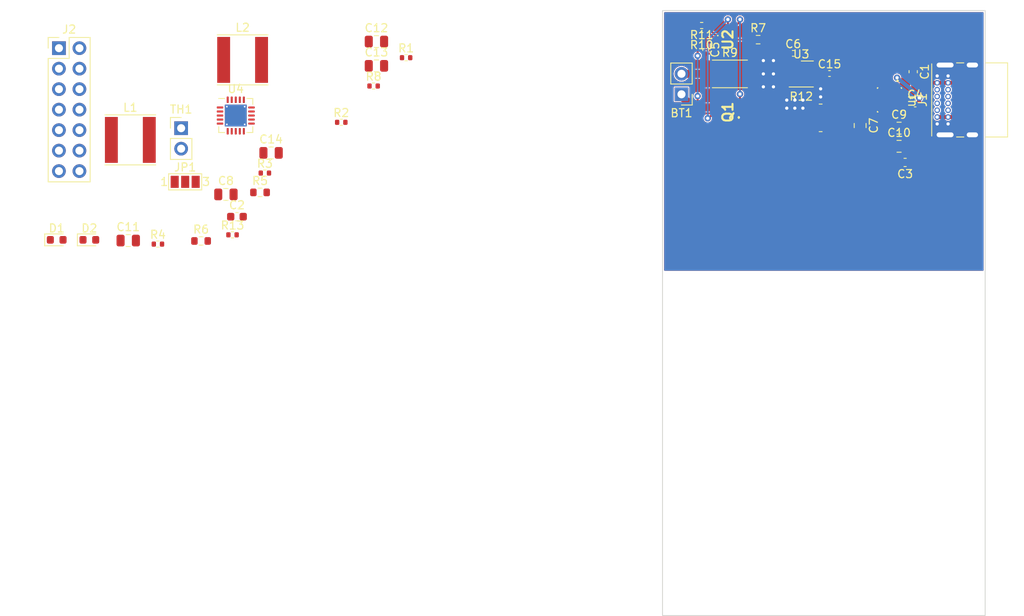
<source format=kicad_pcb>
(kicad_pcb (version 20211014) (generator pcbnew)
  (layers (0 "F.Cu" signal) (31 "B.Cu" signal) (34 "B.Paste" user) (35 "F.Paste" user) (36 "B.SilkS" user "B.Silkscreen") (37 "F.SilkS" user "F.Silkscreen") (38 "B.Mask" user) (39 "F.Mask" user) (44 "Edge.Cuts" user))
  (net 0 "")
  (net 1 "Net-(BT1-Pad1)")
  (net 2 "Net-(BT1-Pad2)")
  (net 3 "GND")
  (net 4 "Net-(C1-Pad2)")
  (net 5 "Net-(C2-Pad2)")
  (net 6 "Net-(C3-Pad2)")
  (net 7 "Net-(C4-Pad1)")
  (net 8 "Net-(C4-Pad2)")
  (net 9 "Net-(C5-Pad1)")
  (net 10 "Net-(C6-Pad1)")
  (net 11 "+BATT")
  (net 12 "Net-(C12-Pad1)")
  (net 13 "+SYS")
  (net 14 "+3V3")
  (net 15 "Net-(C15-Pad1)")
  (net 16 "Net-(D1-Pad1)")
  (net 17 "Net-(D2-Pad1)")
  (net 19 "Net-(J1-PadA5)")
  (net 20 "Net-(J1-PadA7)")
  (net 21 "Net-(J1-PadA6)")
  (net 23 "Net-(J1-PadB5)")
  (net 24 "/ENBST")
  (net 25 "/FG_ALRT")
  (net 26 "/FG_SCL")
  (net 27 "/FG_SDA")
  (net 28 "/PFM_PWM")
  (net 29 "/PWR")
  (net 30 "Net-(JP1-Pad1)")
  (net 31 "Net-(JP1-Pad2)")
  (net 32 "Net-(JP1-Pad3)")
  (net 33 "Net-(L2-Pad1)")
  (net 34 "Net-(L2-Pad2)")
  (net 35 "Net-(Q1-Pad2)")
  (net 36 "Net-(Q1-Pad3)")
  (net 37 "Net-(Q1-Pad5)")
  (net 38 "Net-(R5-Pad2)")
  (net 39 "Net-(R6-Pad2)")
  (net 40 "Net-(R7-Pad1)")
  (net 41 "Net-(R8-Pad2)")
  (net 42 "Net-(R11-Pad1)")
  (footprint "Capacitor_SMD:C_0805_2012Metric" (layer "F.Cu") (at 68.97 52.39)
    (fp_text reference "C14")
    (fp_text value "22u")
  )
  (footprint "Capacitor_SMD:C_0805_2012Metric" (layer "F.Cu") (at 51.26 63.26)
    (fp_text reference "C11")
    (fp_text value "10u")
  )
  (footprint "Resistor_SMD:R_0402_1005Metric" (layer "F.Cu") (at 54.94 63.7)
    (fp_text reference "R4")
    (fp_text value "10K")
  )
  (footprint "Resistor_SMD:R_0402_1005Metric" (layer "F.Cu") (at 85.71 40.59)
    (fp_text reference "R1")
    (fp_text value "10K")
  )
  (footprint "Capacitor_SMD:C_0805_2012Metric" (layer "F.Cu") (at 146.825 49.325)
    (fp_text reference "C9")
    (fp_text value "10u")
  )
  (footprint "Package_DFN_QFN:QFN-20-1EP_4x4mm_P0.5mm_EP2.7x2.7mm_ThermalVias" (layer "F.Cu") (at 64.59 47.76)
    (fp_text reference "U4")
    (fp_text value "ISL91127IR")
  )
  (footprint "LUBParts:DMN1025UFDB7" (layer "F.Cu") (at 125.35 47.35 90)
    (fp_text reference "Q1")
    (fp_text value "PMDPB30XN" hide)
  )
  (footprint "Resistor_SMD:R_0612_1632Metric" (layer "F.Cu") (at 137.1 48.05)
    (fp_text reference "R12")
    (fp_text value "10m")
  )
  (footprint "LUBParts:IC_MAX77757JEFG420+" (layer "F.Cu") (at 145.635 45.825 -90)
    (fp_text reference "U1")
    (fp_text value "MAX77757JEFG420+")
  )
  (footprint "Resistor_SMD:R_0402_1005Metric" (layer "F.Cu") (at 77.67 48.6)
    (fp_text reference "R2")
    (fp_text value "10K")
  )
  (footprint "Capacitor_SMD:C_0402_1005Metric" (layer "F.Cu") (at 138.2 42.55)
    (fp_text reference "C15")
    (fp_text value "0.47u")
  )
  (footprint "Resistor_SMD:R_0402_1005Metric" (layer "F.Cu") (at 64.19 62.55)
    (fp_text reference "R13")
    (fp_text value "10K")
  )
  (footprint "Capacitor_SMD:C_0603_1608Metric" (layer "F.Cu") (at 148.575 42.325 -90)
    (fp_text reference "C1")
    (fp_text value "2.2u")
  )
  (footprint "Capacitor_SMD:C_0805_2012Metric" (layer "F.Cu") (at 82.03 41.6)
    (fp_text reference "C13")
    (fp_text value "22u")
  )
  (footprint "Resistor_SMD:R_0402_1005Metric" (layer "F.Cu") (at 122.35 37.85 180)
    (fp_text reference "R10")
    (fp_text value "100")
  )
  (footprint "Capacitor_SMD:C_0402_1005Metric" (layer "F.Cu") (at 148.825 46.325)
    (fp_text reference "C4")
    (fp_text value "0.1u")
  )
  (footprint "Capacitor_SMD:C_0805_2012Metric" (layer "F.Cu") (at 146.825 51.575)
    (fp_text reference "C10")
    (fp_text value "10u")
  )
  (footprint "Resistor_SMD:R_2512_6332Metric" (layer "F.Cu") (at 125.85 42.6)
    (fp_text reference "R9")
    (fp_text value "2.26m")
  )
  (footprint "Capacitor_SMD:C_0805_2012Metric" (layer "F.Cu") (at 63.37 57.54)
    (fp_text reference "C8")
    (fp_text value "10u")
  )
  (footprint "Resistor_SMD:R_0603_1608Metric" (layer "F.Cu") (at 67.6 57.29)
    (fp_text reference "R5")
    (fp_text value "1K")
  )
  (footprint "Capacitor_SMD:C_0402_1005Metric" (layer "F.Cu") (at 122.85 39.6 -90)
    (fp_text reference "C5")
    (fp_text value "0.1u")
  )
  (footprint "Capacitor_SMD:C_0402_1005Metric" (layer "F.Cu") (at 133.7 40.05)
    (fp_text reference "C6")
    (fp_text value "0.1u")
  )
  (footprint "Capacitor_SMD:C_0603_1608Metric" (layer "F.Cu") (at 147.575 53.575 180)
    (fp_text reference "C3")
    (fp_text value "2.2u")
  )
  (footprint "Jumper:SolderJumper-3_P1.3mm_Open_Pad1.0x1.5mm_NumberLabels" (layer "F.Cu") (at 58.32 55.98)
    (fp_text reference "JP1")
    (fp_text value "Jumper_3_Bridged12")
  )
  (footprint "Connector_PinHeader_2.54mm:PinHeader_1x02_P2.54mm_Vertical" (layer "F.Cu") (at 119.85 45.125 180)
    (fp_text reference "BT1")
    (fp_text value "BATT")
  )
  (footprint "LED_SMD:LED_0603_1608Metric" (layer "F.Cu") (at 42.39 63.17)
    (fp_text reference "D1")
    (fp_text value "INBOK")
  )
  (footprint "Capacitor_SMD:C_0805_2012Metric" (layer "F.Cu") (at 82.03 38.59)
    (fp_text reference "C12")
    (fp_text value "22u")
  )
  (footprint "LED_SMD:LED_0603_1608Metric" (layer "F.Cu") (at 46.44 63.17)
    (fp_text reference "D2")
    (fp_text value "STAT")
  )
  (footprint "Package_DFN_QFN:TDFN-14-1EP_3x3mm_P0.4mm_EP1.78x2.35mm" (layer "F.Cu") (at 134.7 42.61)
    (fp_text reference "U3")
    (fp_text value "MAX17260SETD")
  )
  (footprint "Resistor_SMD:R_0402_1005Metric" (layer "F.Cu") (at 68.2 54.89)
    (fp_text reference "R3")
    (fp_text value "10K")
  )
  (footprint "Connector_USB:USB_C_Receptacle_GCT_USB4085" (layer "F.Cu") (at 151.55 48.8 90)
    (fp_text reference "J1")
    (fp_text value "USBC_Swapped")
  )
  (footprint "Resistor_SMD:R_0402_1005Metric" (layer "F.Cu") (at 81.68 44.1)
    (fp_text reference "R8")
    (fp_text value "18.2K")
  )
  (footprint "Capacitor_SMD:C_0603_1608Metric" (layer "F.Cu") (at 64.74 60.3)
    (fp_text reference "C2")
    (fp_text value "2.2u")
  )
  (footprint "Resistor_SMD:R_0402_1005Metric" (layer "F.Cu") (at 122.35 36.6 180)
    (fp_text reference "R11")
    (fp_text value "22")
  )
  (footprint "Capacitor_SMD:C_0805_2012Metric" (layer "F.Cu") (at 142 49 -90)
    (fp_text reference "C7")
    (fp_text value "10u")
  )
  (footprint "Resistor_SMD:R_0603_1608Metric" (layer "F.Cu") (at 129.35 38.35)
    (fp_text reference "R7")
    (fp_text value "1K")
  )
  (footprint "Inductor_SMD:L_Taiyo-Yuden_NR-60xx" (layer "F.Cu") (at 65.44 40.86)
    (fp_text reference "L2")
    (fp_text value "1u")
  )
  (footprint "Connector_PinHeader_2.54mm:PinHeader_2x07_P2.54mm_Vertical" (layer "F.Cu") (at 42.67 39.41)
    (fp_text reference "J2")
    (fp_text value "Conn_02x07_Odd_Even")
  )
  (footprint "LUBParts:BQ298009RUGR" (layer "F.Cu") (at 125.6 38.35 -90)
    (fp_text reference "U2")
    (fp_text value "bq298215" hide)
  )
  (footprint "Inductor_SMD:L_Taiyo-Yuden_NR-60xx" (layer "F.Cu") (at 51.52 50.78)
    (fp_text reference "L1")
    (fp_text value "1u")
  )
  (footprint "Connector_PinHeader_2.54mm:PinHeader_1x02_P2.54mm_Vertical" (layer "F.Cu") (at 57.82 49.33)
    (fp_text reference "TH1")
    (fp_text value "THM")
  )
  (footprint "Resistor_SMD:R_0603_1608Metric" (layer "F.Cu") (at 60.29 63.31)
    (fp_text reference "R6")
    (fp_text value "1K")
  )
  (gr_rect (start 117.5 34.75) (end 157.5 109.75) (layer "Edge.Cuts") (width 0.1) (fill none))
  (segment (start 121.85 45.35) (end 121.85 46.6) (width 0.25) (layer "F.Cu") (net 1))
  (segment (start 121.25 46.75) (end 121.7 46.75) (width 1) (layer "F.Cu") (net 1))
  (segment (start 119.85 45.35) (end 121.25 46.75) (width 1) (layer "F.Cu") (net 1))
  (segment (start 123.5 46.7) (end 123.475 46.725) (width 0.25) (layer "F.Cu") (net 1))
  (segment (start 121.85 46.6) (end 121.7 46.75) (width 0.25) (layer "F.Cu") (net 1))
  (segment (start 123.45 46.75) (end 123.475 46.725) (width 1) (layer "F.Cu") (net 1))
  (segment (start 119.85 45.125) (end 119.85 45.35) (width 1) (layer "F.Cu") (net 1))
  (segment (start 124.45 46.7) (end 123.5 46.7) (width 0.25) (layer "F.Cu") (net 1))
  (segment (start 121.7 46.75) (end 123.45 46.75) (width 1) (layer "F.Cu") (net 1))
  (segment (start 121.85 36.61) (end 121.84 36.6) (width 0.25) (layer "F.Cu") (net 1))
  (segment (start 121.85 40.35) (end 121.85 36.61) (width 0.25) (layer "F.Cu") (net 1))
  (via (at 121.85 40.35) (size 0.8) (drill 0.4) (layers "F.Cu" "B.Cu") (net 1))
  (via (at 121.85 45.35) (size 0.8) (drill 0.4) (layers "F.Cu" "B.Cu") (net 1))
  (segment (start 121.85 40.35) (end 121.85 45.35) (width 0.25) (layer "B.Cu") (net 1))
  (segment (start 122.85 40.08) (end 122.85 42.5625) (width 0.25) (layer "F.Cu") (net 2))
  (segment (start 124.1 42.6) (end 122.8875 42.6) (width 0.25) (layer "F.Cu") (net 2))
  (segment (start 124.1 38.85) (end 124.965 38.85) (width 0.25) (layer "F.Cu") (net 2))
  (segment (start 123.85 39.85) (end 123.85 39.1) (width 0.25) (layer "F.Cu") (net 2))
  (segment (start 122.85 42.5625) (end 122.8875 42.6) (width 0.25) (layer "F.Cu") (net 2))
  (segment (start 122.85 40.08) (end 123.62 40.08) (width 0.25) (layer "F.Cu") (net 2))
  (segment (start 122.8725 42.585) (end 122.8875 42.6) (width 1) (layer "F.Cu") (net 2))
  (segment (start 119.85 42.585) (end 122.8725 42.585) (width 1) (layer "F.Cu") (net 2))
  (segment (start 124.965 41.735) (end 124.1 42.6) (width 0.25) (layer "F.Cu") (net 2))
  (segment (start 124.965 38.85) (end 124.965 41.735) (width 0.25) (layer "F.Cu") (net 2))
  (segment (start 123.62 40.08) (end 123.85 39.85) (width 0.25) (layer "F.Cu") (net 2))
  (segment (start 123.85 39.1) (end 124.1 38.85) (width 0.25) (layer "F.Cu") (net 2))
  (segment (start 127.1 42.6) (end 126.235 41.735) (width 0.25) (layer "F.Cu") (net 3))
  (segment (start 147.775 49.325) (end 147.775 51.575) (width 0.5) (layer "F.Cu") (net 3))
  (segment (start 125.665 38.85) (end 125.6 38.785) (width 0.25) (layer "F.Cu") (net 3))
  (segment (start 127.1 42.6) (end 128.8125 42.6) (width 0.25) (layer "F.Cu") (net 3))
  (segment (start 147.775 48.025) (end 147.775 49.325) (width 0.5) (layer "F.Cu") (net 3))
  (segment (start 147.075 47.325) (end 147.775 48.025) (width 0.5) (layer "F.Cu") (net 3))
  (segment (start 147.075 47.325) (end 147.575 47.825) (width 0.25) (layer "F.Cu") (net 3))
  (segment (start 126.235 41.735) (end 126.235 38.85) (width 0.25) (layer "F.Cu") (net 3))
  (segment (start 147.075 47.325) (end 146.825 47.075) (width 0.5) (layer "F.Cu") (net 3))
  (segment (start 126.235 38.85) (end 125.665 38.85) (width 0.25) (layer "F.Cu") (net 3))
  (segment (start 144.135 45.625) (end 142.875 45.625) (width 0.25) (layer "F.Cu") (net 3))
  (via (at 132.9 46.85) (size 0.8) (drill 0.4) (layers "F.Cu" "B.Cu") (net 3))
  (via (at 134.9 45.85) (size 0.8) (drill 0.4) (layers "F.Cu" "B.Cu") (net 3))
  (via (at 137.1 45.45) (size 0.8) (drill 0.4) (layers "F.Cu" "B.Cu") (net 3))
  (via (at 130 44.2) (size 0.8) (drill 0.4) (layers "F.Cu" "B.Cu") (net 3))
  (via (at 131.25 40.95) (size 0.8) (drill 0.4) (layers "F.Cu" "B.Cu") (net 3))
  (via (at 134.9 46.85) (size 0.8) (drill 0.4) (layers "F.Cu" "B.Cu") (net 3))
  (via (at 133.9 45.85) (size 0.8) (drill 0.4) (layers "F.Cu" "B.Cu") (net 3))
  (via (at 137.1 44.45) (size 0.8) (drill 0.4) (layers "F.Cu" "B.Cu") (net 3))
  (via (at 130 40.95) (size 0.8) (drill 0.4) (layers "F.Cu" "B.Cu") (net 3))
  (via (at 131.25 44.2) (size 0.8) (drill 0.4) (layers "F.Cu" "B.Cu") (net 3))
  (via (at 130 42.6) (size 0.8) (drill 0.4) (layers "F.Cu" "B.Cu") (net 3))
  (via (at 132.9 45.85) (size 0.8) (drill 0.4) (layers "F.Cu" "B.Cu") (net 3))
  (via (at 131.25 42.6) (size 0.8) (drill 0.4) (layers "F.Cu" "B.Cu") (net 3))
  (via (at 133.9 46.85) (size 0.8) (drill 0.4) (layers "F.Cu" "B.Cu") (net 3))
  (segment (start 153.4 47.95) (end 152.9 47.95) (width 0.5) (layer "F.Cu") (net 4))
  (segment (start 154.05 47.3) (end 153.4 47.95) (width 0.5) (layer "F.Cu") (net 4))
  (segment (start 148.575 43.1) (end 148.575 45.075) (width 0.5) (layer "F.Cu") (net 4))
  (segment (start 149.95 43.7) (end 148.575 45.075) (width 0.5) (layer "F.Cu") (net 4))
  (segment (start 153.45 43.7) (end 154.05 44.3) (width 0.5) (layer "F.Cu") (net 4))
  (segment (start 147.185 45.075) (end 147.135 45.025) (width 0.5) (layer "F.Cu") (net 4))
  (segment (start 152.9 47.95) (end 151.55 47.95) (width 0.5) (layer "F.Cu") (net 4))
  (segment (start 148.575 45.075) (end 147.185 45.075) (width 0.5) (layer "F.Cu") (net 4))
  (segment (start 154.05 44.3) (end 154.05 47.3) (width 0.5) (layer "F.Cu") (net 4))
  (segment (start 151.55 43.7) (end 149.95 43.7) (width 0.5) (layer "F.Cu") (net 4))
  (segment (start 152.9 43.7) (end 153.45 43.7) (width 0.5) (layer "F.Cu") (net 4))
  (segment (start 152.9 43.7) (end 151.55 43.7) (width 0.5) (layer "F.Cu") (net 4))
  (segment (start 146.8 53.575) (end 146.8 48.3) (width 0.25) (layer "F.Cu") (net 6))
  (segment (start 146.235 47.735) (end 146.235 47.325) (width 0.25) (layer "F.Cu") (net 6))
  (segment (start 146.8 48.3) (end 146.235 47.735) (width 0.25) (layer "F.Cu") (net 6))
  (segment (start 148.245 46.225) (end 148.345 46.325) (width 0.5) (layer "F.Cu") (net 7))
  (segment (start 147.135 46.225) (end 148.245 46.225) (width 0.5) (layer "F.Cu") (net 7))
  (segment (start 149.305 46.325) (end 149.305 45.595) (width 0.5) (layer "F.Cu") (net 8))
  (segment (start 149.305 45.595) (end 149.325 45.575) (width 0.5) (layer "F.Cu") (net 8))
  (segment (start 146.575 43.075) (end 146.635 43.015) (width 0.25) (layer "F.Cu") (net 8))
  (segment (start 146.635 43.015) (end 146.635 44.325) (width 0.25) (layer "F.Cu") (net 8))
  (via (at 146.575 43.075) (size 0.8) (drill 0.4) (layers "F.Cu" "B.Cu") (net 8))
  (via (at 149.325 45.575) (size 0.8) (drill 0.4) (layers "F.Cu" "B.Cu") (net 8))
  (segment (start 146.575 43.075) (end 149.325 45.325) (width 0.5) (layer "B.Cu") (net 8))
  (segment (start 149.325 45.325) (end 149.325 45.575) (width 0.5) (layer "B.Cu") (net 8))
  (segment (start 122.85 39.12) (end 122.85 37.86) (width 0.25) (layer "F.Cu") (net 9))
  (segment (start 122.85 37.86) (end 122.86 37.85) (width 0.25) (layer "F.Cu") (net 9))
  (segment (start 122.86 37.85) (end 123.36 38.35) (width 0.25) (layer "F.Cu") (net 9))
  (segment (start 123.36 38.35) (end 124.965 38.35) (width 0.25) (layer "F.Cu") (net 9))
  (segment (start 133.2125 43.41) (end 132.06 43.41) (width 0.15) (layer "F.Cu") (net 10))
  (segment (start 130.175 38.35) (end 131.15 38.35) (width 0.25) (layer "F.Cu") (net 10))
  (segment (start 136.35 45.3) (end 136.1 45.05) (width 0.15) (layer "F.Cu") (net 10))
  (segment (start 131.15 38.35) (end 132 39.2) (width 0.25) (layer "F.Cu") (net 10))
  (segment (start 133.2125 44.5625) (end 133.2125 43.81) (width 0.15) (layer "F.Cu") (net 10))
  (segment (start 133.7 45.05) (end 133.2125 44.5625) (width 0.15) (layer "F.Cu") (net 10))
  (segment (start 127.55 48) (end 136.3 48) (width 1) (layer "F.Cu") (net 10))
  (segment (start 132.1 40.05) (end 132 39.95) (width 0.25) (layer "F.Cu") (net 10))
  (segment (start 132 39.2) (end 132 39.95) (width 0.25) (layer "F.Cu") (net 10))
  (segment (start 132 39.95) (end 132 40.15) (width 0.25) (layer "F.Cu") (net 10))
  (segment (start 132 40.15) (end 132 43.35) (width 0.25) (layer "F.Cu") (net 10))
  (segment (start 132.06 43.41) (end 132 43.35) (width 0.15) (layer "F.Cu") (net 10))
  (segment (start 133.22 40.05) (end 133.22 41.4025) (width 0.15) (layer "F.Cu") (net 10))
  (segment (start 133.22 41.4025) (end 133.2125 41.41) (width 0.15) (layer "F.Cu") (net 10))
  (segment (start 126.25 48) (end 127.55 48) (width 0.25) (layer "F.Cu") (net 10))
  (segment (start 136.35 48.05) (end 136.35 45.3) (width 0.15) (layer "F.Cu") (net 10))
  (segment (start 132 43.35) (end 132 47.95) (width 0.25) (layer "F.Cu") (net 10))
  (segment (start 136.1 45.05) (end 133.7 45.05) (width 0.15) (layer "F.Cu") (net 10))
  (segment (start 136.3 48) (end 136.35 48.05) (width 1) (layer "F.Cu") (net 10))
  (segment (start 133.02 40.05) (end 132.1 40.05) (width 0.25) (layer "F.Cu") (net 10))
  (segment (start 137.85 43.7) (end 137.85 48.05) (width 0.15) (layer "F.Cu") (net 11))
  (segment (start 144.835 47.325) (end 144.835 47.915) (width 0.5) (layer "F.Cu") (net 11))
  (segment (start 144.7 48.05) (end 142 48.05) (width 0.5) (layer "F.Cu") (net 11))
  (segment (start 137.16 43.01) (end 137.85 43.7) (width 0.15) (layer "F.Cu") (net 11))
  (segment (start 144.835 47.915) (end 144.7 48.05) (width 0.5) (layer "F.Cu") (net 11))
  (segment (start 137.85 48.05) (end 142.25 48.05) (width 1) (layer "F.Cu") (net 11))
  (segment (start 136.1875 43.01) (end 137.16 43.01) (width 0.15) (layer "F.Cu") (net 11))
  (segment (start 145.875 51.575) (end 145.875 49.325) (width 1) (layer "F.Cu") (net 13))
  (segment (start 145.635 47.325) (end 145.635 48.135) (width 0.5) (layer "F.Cu") (net 13))
  (segment (start 145.635 48.135) (end 145.875 48.375) (width 0.5) (layer "F.Cu") (net 13))
  (segment (start 145.875 48.375) (end 145.875 49.325) (width 0.5) (layer "F.Cu") (net 13))
  (segment (start 136.1875 42.61) (end 136.86 42.61) (width 0.15) (layer "F.Cu") (net 15))
  (segment (start 137.72 42.65) (end 137.68 42.61) (width 0.25) (layer "F.Cu") (net 15))
  (segment (start 137.68 42.61) (end 136.86 42.61) (width 0.25) (layer "F.Cu") (net 15))
  (segment (start 126.25 47.35) (end 126.75 47.35) (width 0.25) (layer "F.Cu") (net 35))
  (segment (start 127.1 36.1) (end 126.235 36.965) (width 0.25) (layer "F.Cu") (net 35))
  (segment (start 127.1 47) (end 127.1 45.1) (width 0.25) (layer "F.Cu") (net 35))
  (segment (start 126.235 36.965) (end 126.235 37.85) (width 0.25) (layer "F.Cu") (net 35))
  (segment (start 126.75 47.35) (end 127.1 47) (width 0.25) (layer "F.Cu") (net 35))
  (segment (start 127.1 35.85) (end 127.1 36.1) (width 0.25) (layer "F.Cu") (net 35))
  (via (at 127.1 35.85) (size 0.8) (drill 0.4) (layers "F.Cu" "B.Cu") (net 35))
  (via (at 127.1 45.1) (size 0.8) (drill 0.4) (layers "F.Cu" "B.Cu") (net 35))
  (segment (start 127.1 45.1) (end 127.1 35.85) (width 0.25) (layer "B.Cu") (net 35))
  (segment (start 125.475 46.7) (end 125.35 46.825) (width 0.25) (layer "F.Cu") (net 36))
  (segment (start 125.35 47.875) (end 125.35 46.825) (width 0.5) (layer "F.Cu") (net 36))
  (segment (start 124.45 48) (end 125.225 48) (width 0.25) (layer "F.Cu") (net 36))
  (segment (start 125.225 48) (end 125.35 47.875) (width 0.25) (layer "F.Cu") (net 36))
  (segment (start 126.25 46.7) (end 125.475 46.7) (width 0.25) (layer "F.Cu") (net 36))
  (segment (start 123.95 47.35) (end 124.45 47.35) (width 0.25) (layer "F.Cu") (net 37))
  (segment (start 123.2 48.1) (end 123.95 47.35) (width 0.25) (layer "F.Cu") (net 37))
  (segment (start 123.1 48.1) (end 123.2 48.1) (width 0.25) (layer "F.Cu") (net 37))
  (segment (start 125.6 35.85) (end 125.6 37.915) (width 0.25) (layer "F.Cu") (net 37))
  (via (at 123.1 48.1) (size 0.8) (drill 0.4) (layers "F.Cu" "B.Cu") (net 37))
  (via (at 125.6 35.85) (size 0.8) (drill 0.4) (layers "F.Cu" "B.Cu") (net 37))
  (segment (start 125.6 35.85) (end 123.1 38.35) (width 0.25) (layer "B.Cu") (net 37))
  (segment (start 123.1 38.35) (end 123.1 48.1) (width 0.25) (layer "B.Cu") (net 37))
  (segment (start 126.235 38.35) (end 128.525 38.35) (width 0.25) (layer "F.Cu") (net 40))
  (segment (start 124.965 37.85) (end 124.11 37.85) (width 0.25) (layer "F.Cu") (net 42))
  (segment (start 124.11 37.85) (end 122.86 36.6) (width 0.25) (layer "F.Cu") (net 42))
  (zone (net 3) (net_name "GND") (layers F&B.Cu) (connect_pads yes (clearance 0.127)) (min_thickness 0.127) (fill yes (thermal_gap 0.508) (thermal_bridge_width 0.508))
    (polygon (pts (xy 157.5 67) (xy 117.5 67) (xy 117.5 34.75) (xy 157.5 34.75)))
  )
)
</source>
